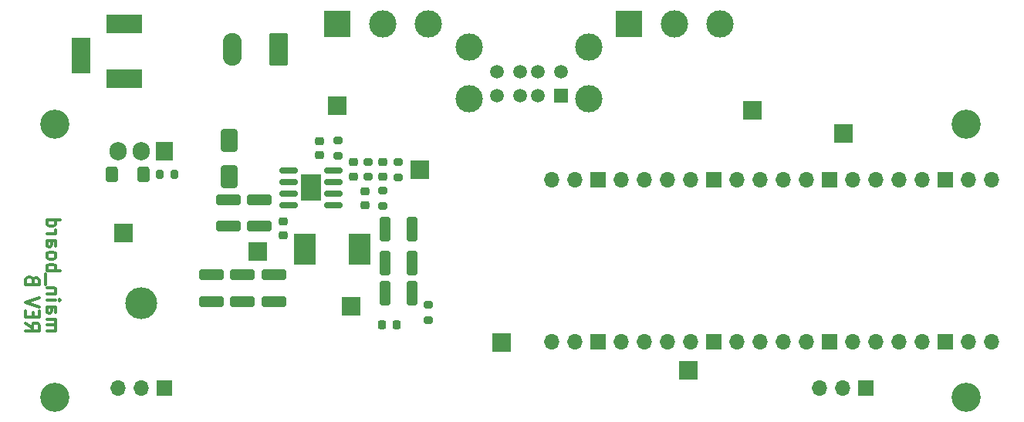
<source format=gbr>
%TF.GenerationSoftware,KiCad,Pcbnew,(7.0.0)*%
%TF.CreationDate,2023-06-19T20:16:09-07:00*%
%TF.ProjectId,main_board,6d61696e-5f62-46f6-9172-642e6b696361,B*%
%TF.SameCoordinates,Original*%
%TF.FileFunction,Soldermask,Bot*%
%TF.FilePolarity,Negative*%
%FSLAX46Y46*%
G04 Gerber Fmt 4.6, Leading zero omitted, Abs format (unit mm)*
G04 Created by KiCad (PCBNEW (7.0.0)) date 2023-06-19 20:16:09*
%MOMM*%
%LPD*%
G01*
G04 APERTURE LIST*
G04 Aperture macros list*
%AMRoundRect*
0 Rectangle with rounded corners*
0 $1 Rounding radius*
0 $2 $3 $4 $5 $6 $7 $8 $9 X,Y pos of 4 corners*
0 Add a 4 corners polygon primitive as box body*
4,1,4,$2,$3,$4,$5,$6,$7,$8,$9,$2,$3,0*
0 Add four circle primitives for the rounded corners*
1,1,$1+$1,$2,$3*
1,1,$1+$1,$4,$5*
1,1,$1+$1,$6,$7*
1,1,$1+$1,$8,$9*
0 Add four rect primitives between the rounded corners*
20,1,$1+$1,$2,$3,$4,$5,0*
20,1,$1+$1,$4,$5,$6,$7,0*
20,1,$1+$1,$6,$7,$8,$9,0*
20,1,$1+$1,$8,$9,$2,$3,0*%
G04 Aperture macros list end*
%ADD10C,0.300000*%
%ADD11R,1.700000X1.700000*%
%ADD12O,1.700000X1.700000*%
%ADD13R,4.000000X2.000000*%
%ADD14R,2.000000X4.000000*%
%ADD15O,3.500000X3.500000*%
%ADD16R,1.905000X2.000000*%
%ADD17O,1.905000X2.000000*%
%ADD18C,3.200000*%
%ADD19R,1.500000X1.500000*%
%ADD20C,1.500000*%
%ADD21C,3.000000*%
%ADD22RoundRect,0.249999X0.790001X1.550001X-0.790001X1.550001X-0.790001X-1.550001X0.790001X-1.550001X0*%
%ADD23O,2.080000X3.600000*%
%ADD24R,2.000000X2.000000*%
%ADD25RoundRect,0.250000X-0.325000X-1.100000X0.325000X-1.100000X0.325000X1.100000X-0.325000X1.100000X0*%
%ADD26RoundRect,0.200000X0.275000X-0.200000X0.275000X0.200000X-0.275000X0.200000X-0.275000X-0.200000X0*%
%ADD27RoundRect,0.250000X-1.100000X0.325000X-1.100000X-0.325000X1.100000X-0.325000X1.100000X0.325000X0*%
%ADD28RoundRect,0.250000X-0.400000X-0.600000X0.400000X-0.600000X0.400000X0.600000X-0.400000X0.600000X0*%
%ADD29R,2.350000X3.500000*%
%ADD30R,3.000000X3.000000*%
%ADD31RoundRect,0.250000X1.100000X-0.325000X1.100000X0.325000X-1.100000X0.325000X-1.100000X-0.325000X0*%
%ADD32RoundRect,0.225000X-0.250000X0.225000X-0.250000X-0.225000X0.250000X-0.225000X0.250000X0.225000X0*%
%ADD33RoundRect,0.200000X-0.200000X-0.275000X0.200000X-0.275000X0.200000X0.275000X-0.200000X0.275000X0*%
%ADD34RoundRect,0.218750X0.218750X0.256250X-0.218750X0.256250X-0.218750X-0.256250X0.218750X-0.256250X0*%
%ADD35RoundRect,0.250000X-0.650000X1.000000X-0.650000X-1.000000X0.650000X-1.000000X0.650000X1.000000X0*%
%ADD36RoundRect,0.225000X0.250000X-0.225000X0.250000X0.225000X-0.250000X0.225000X-0.250000X-0.225000X0*%
%ADD37RoundRect,0.150000X-0.825000X-0.150000X0.825000X-0.150000X0.825000X0.150000X-0.825000X0.150000X0*%
%ADD38R,2.290000X3.000000*%
G04 APERTURE END LIST*
D10*
%TO.C,PCB1*%
X88098928Y-74692857D02*
X89098928Y-74692857D01*
X88956071Y-74692857D02*
X89027500Y-74621428D01*
X89027500Y-74621428D02*
X89098928Y-74478571D01*
X89098928Y-74478571D02*
X89098928Y-74264285D01*
X89098928Y-74264285D02*
X89027500Y-74121428D01*
X89027500Y-74121428D02*
X88884642Y-74050000D01*
X88884642Y-74050000D02*
X88098928Y-74050000D01*
X88884642Y-74050000D02*
X89027500Y-73978571D01*
X89027500Y-73978571D02*
X89098928Y-73835714D01*
X89098928Y-73835714D02*
X89098928Y-73621428D01*
X89098928Y-73621428D02*
X89027500Y-73478571D01*
X89027500Y-73478571D02*
X88884642Y-73407142D01*
X88884642Y-73407142D02*
X88098928Y-73407142D01*
X88098928Y-72050000D02*
X88884642Y-72050000D01*
X88884642Y-72050000D02*
X89027500Y-72121428D01*
X89027500Y-72121428D02*
X89098928Y-72264285D01*
X89098928Y-72264285D02*
X89098928Y-72550000D01*
X89098928Y-72550000D02*
X89027500Y-72692857D01*
X88170357Y-72050000D02*
X88098928Y-72192857D01*
X88098928Y-72192857D02*
X88098928Y-72550000D01*
X88098928Y-72550000D02*
X88170357Y-72692857D01*
X88170357Y-72692857D02*
X88313214Y-72764285D01*
X88313214Y-72764285D02*
X88456071Y-72764285D01*
X88456071Y-72764285D02*
X88598928Y-72692857D01*
X88598928Y-72692857D02*
X88670357Y-72550000D01*
X88670357Y-72550000D02*
X88670357Y-72192857D01*
X88670357Y-72192857D02*
X88741785Y-72050000D01*
X88098928Y-71335714D02*
X89098928Y-71335714D01*
X89598928Y-71335714D02*
X89527500Y-71407142D01*
X89527500Y-71407142D02*
X89456071Y-71335714D01*
X89456071Y-71335714D02*
X89527500Y-71264285D01*
X89527500Y-71264285D02*
X89598928Y-71335714D01*
X89598928Y-71335714D02*
X89456071Y-71335714D01*
X89098928Y-70621428D02*
X88098928Y-70621428D01*
X88956071Y-70621428D02*
X89027500Y-70549999D01*
X89027500Y-70549999D02*
X89098928Y-70407142D01*
X89098928Y-70407142D02*
X89098928Y-70192856D01*
X89098928Y-70192856D02*
X89027500Y-70049999D01*
X89027500Y-70049999D02*
X88884642Y-69978571D01*
X88884642Y-69978571D02*
X88098928Y-69978571D01*
X87956071Y-69621428D02*
X87956071Y-68478570D01*
X88098928Y-68121428D02*
X89598928Y-68121428D01*
X89027500Y-68121428D02*
X89098928Y-67978571D01*
X89098928Y-67978571D02*
X89098928Y-67692856D01*
X89098928Y-67692856D02*
X89027500Y-67549999D01*
X89027500Y-67549999D02*
X88956071Y-67478571D01*
X88956071Y-67478571D02*
X88813214Y-67407142D01*
X88813214Y-67407142D02*
X88384642Y-67407142D01*
X88384642Y-67407142D02*
X88241785Y-67478571D01*
X88241785Y-67478571D02*
X88170357Y-67549999D01*
X88170357Y-67549999D02*
X88098928Y-67692856D01*
X88098928Y-67692856D02*
X88098928Y-67978571D01*
X88098928Y-67978571D02*
X88170357Y-68121428D01*
X88098928Y-66549999D02*
X88170357Y-66692856D01*
X88170357Y-66692856D02*
X88241785Y-66764285D01*
X88241785Y-66764285D02*
X88384642Y-66835713D01*
X88384642Y-66835713D02*
X88813214Y-66835713D01*
X88813214Y-66835713D02*
X88956071Y-66764285D01*
X88956071Y-66764285D02*
X89027500Y-66692856D01*
X89027500Y-66692856D02*
X89098928Y-66549999D01*
X89098928Y-66549999D02*
X89098928Y-66335713D01*
X89098928Y-66335713D02*
X89027500Y-66192856D01*
X89027500Y-66192856D02*
X88956071Y-66121428D01*
X88956071Y-66121428D02*
X88813214Y-66049999D01*
X88813214Y-66049999D02*
X88384642Y-66049999D01*
X88384642Y-66049999D02*
X88241785Y-66121428D01*
X88241785Y-66121428D02*
X88170357Y-66192856D01*
X88170357Y-66192856D02*
X88098928Y-66335713D01*
X88098928Y-66335713D02*
X88098928Y-66549999D01*
X88098928Y-64764285D02*
X88884642Y-64764285D01*
X88884642Y-64764285D02*
X89027500Y-64835713D01*
X89027500Y-64835713D02*
X89098928Y-64978570D01*
X89098928Y-64978570D02*
X89098928Y-65264285D01*
X89098928Y-65264285D02*
X89027500Y-65407142D01*
X88170357Y-64764285D02*
X88098928Y-64907142D01*
X88098928Y-64907142D02*
X88098928Y-65264285D01*
X88098928Y-65264285D02*
X88170357Y-65407142D01*
X88170357Y-65407142D02*
X88313214Y-65478570D01*
X88313214Y-65478570D02*
X88456071Y-65478570D01*
X88456071Y-65478570D02*
X88598928Y-65407142D01*
X88598928Y-65407142D02*
X88670357Y-65264285D01*
X88670357Y-65264285D02*
X88670357Y-64907142D01*
X88670357Y-64907142D02*
X88741785Y-64764285D01*
X88098928Y-64049999D02*
X89098928Y-64049999D01*
X88813214Y-64049999D02*
X88956071Y-63978570D01*
X88956071Y-63978570D02*
X89027500Y-63907142D01*
X89027500Y-63907142D02*
X89098928Y-63764284D01*
X89098928Y-63764284D02*
X89098928Y-63621427D01*
X88098928Y-62478571D02*
X89598928Y-62478571D01*
X88170357Y-62478571D02*
X88098928Y-62621428D01*
X88098928Y-62621428D02*
X88098928Y-62907142D01*
X88098928Y-62907142D02*
X88170357Y-63049999D01*
X88170357Y-63049999D02*
X88241785Y-63121428D01*
X88241785Y-63121428D02*
X88384642Y-63192856D01*
X88384642Y-63192856D02*
X88813214Y-63192856D01*
X88813214Y-63192856D02*
X88956071Y-63121428D01*
X88956071Y-63121428D02*
X89027500Y-63049999D01*
X89027500Y-63049999D02*
X89098928Y-62907142D01*
X89098928Y-62907142D02*
X89098928Y-62621428D01*
X89098928Y-62621428D02*
X89027500Y-62478571D01*
X85798928Y-73835714D02*
X86513214Y-74335714D01*
X85798928Y-74692857D02*
X87298928Y-74692857D01*
X87298928Y-74692857D02*
X87298928Y-74121428D01*
X87298928Y-74121428D02*
X87227500Y-73978571D01*
X87227500Y-73978571D02*
X87156071Y-73907142D01*
X87156071Y-73907142D02*
X87013214Y-73835714D01*
X87013214Y-73835714D02*
X86798928Y-73835714D01*
X86798928Y-73835714D02*
X86656071Y-73907142D01*
X86656071Y-73907142D02*
X86584642Y-73978571D01*
X86584642Y-73978571D02*
X86513214Y-74121428D01*
X86513214Y-74121428D02*
X86513214Y-74692857D01*
X86584642Y-73192857D02*
X86584642Y-72692857D01*
X85798928Y-72478571D02*
X85798928Y-73192857D01*
X85798928Y-73192857D02*
X87298928Y-73192857D01*
X87298928Y-73192857D02*
X87298928Y-72478571D01*
X87298928Y-72049999D02*
X85798928Y-71549999D01*
X85798928Y-71549999D02*
X87298928Y-71049999D01*
X86584642Y-69150000D02*
X86513214Y-68935714D01*
X86513214Y-68935714D02*
X86441785Y-68864285D01*
X86441785Y-68864285D02*
X86298928Y-68792857D01*
X86298928Y-68792857D02*
X86084642Y-68792857D01*
X86084642Y-68792857D02*
X85941785Y-68864285D01*
X85941785Y-68864285D02*
X85870357Y-68935714D01*
X85870357Y-68935714D02*
X85798928Y-69078571D01*
X85798928Y-69078571D02*
X85798928Y-69650000D01*
X85798928Y-69650000D02*
X87298928Y-69650000D01*
X87298928Y-69650000D02*
X87298928Y-69150000D01*
X87298928Y-69150000D02*
X87227500Y-69007143D01*
X87227500Y-69007143D02*
X87156071Y-68935714D01*
X87156071Y-68935714D02*
X87013214Y-68864285D01*
X87013214Y-68864285D02*
X86870357Y-68864285D01*
X86870357Y-68864285D02*
X86727500Y-68935714D01*
X86727500Y-68935714D02*
X86656071Y-69007143D01*
X86656071Y-69007143D02*
X86584642Y-69150000D01*
X86584642Y-69150000D02*
X86584642Y-69650000D01*
%TD*%
D11*
%TO.C,J5*%
X100999999Y-80999999D03*
D12*
X98459999Y-80999999D03*
X95919999Y-80999999D03*
%TD*%
D13*
%TO.C,J1*%
X96634999Y-46999999D03*
X96634999Y-40999999D03*
D14*
X91834999Y-44499999D03*
%TD*%
D15*
%TO.C,Q1*%
X98459999Y-71659999D03*
D16*
X100999999Y-54999999D03*
D17*
X98459999Y-54999999D03*
X95919999Y-54999999D03*
%TD*%
D18*
%TO.C,H3*%
X189000000Y-82000000D03*
%TD*%
D11*
%TO.C,J4*%
X177999999Y-80999999D03*
D12*
X175459999Y-80999999D03*
X172919999Y-80999999D03*
%TD*%
D18*
%TO.C,H4*%
X89000000Y-82000000D03*
%TD*%
%TO.C,H1*%
X89000000Y-52000000D03*
%TD*%
D12*
%TO.C,U2*%
X191779999Y-58109999D03*
X189239999Y-58109999D03*
D11*
X186699999Y-58109999D03*
D12*
X184159999Y-58109999D03*
X181619999Y-58109999D03*
X179079999Y-58109999D03*
X176539999Y-58109999D03*
D11*
X173999999Y-58109999D03*
D12*
X171459999Y-58109999D03*
X168919999Y-58109999D03*
X166379999Y-58109999D03*
X163839999Y-58109999D03*
D11*
X161299999Y-58109999D03*
D12*
X158759999Y-58109999D03*
X156219999Y-58109999D03*
X153679999Y-58109999D03*
X151139999Y-58109999D03*
D11*
X148599999Y-58109999D03*
D12*
X146059999Y-58109999D03*
X143519999Y-58109999D03*
X143519999Y-75889999D03*
X146059999Y-75889999D03*
D11*
X148599999Y-75889999D03*
D12*
X151139999Y-75889999D03*
X153679999Y-75889999D03*
X156219999Y-75889999D03*
X158759999Y-75889999D03*
D11*
X161299999Y-75889999D03*
D12*
X163839999Y-75889999D03*
X166379999Y-75889999D03*
X168919999Y-75889999D03*
X171459999Y-75889999D03*
D11*
X173999999Y-75889999D03*
D12*
X176539999Y-75889999D03*
X179079999Y-75889999D03*
X181619999Y-75889999D03*
X184159999Y-75889999D03*
D11*
X186699999Y-75889999D03*
D12*
X189239999Y-75889999D03*
X191779999Y-75889999D03*
%TD*%
D19*
%TO.C,J3*%
X144499999Y-48879999D03*
D20*
X142000000Y-48880000D03*
X140000000Y-48880000D03*
X137500000Y-48880000D03*
X144500000Y-46260000D03*
X142000000Y-46260000D03*
X140000000Y-46260000D03*
X137500000Y-46260000D03*
D21*
X147570000Y-49230000D03*
X147570000Y-43550000D03*
X134430000Y-49230000D03*
X134430000Y-43550000D03*
%TD*%
D18*
%TO.C,H2*%
X189000000Y-52000000D03*
%TD*%
D22*
%TO.C,J2*%
X113540000Y-43777500D03*
D23*
X108459999Y-43777499D03*
%TD*%
D24*
%TO.C,TP6*%
X175499999Y-52999999D03*
%TD*%
D25*
%TO.C,C6*%
X125235106Y-63560091D03*
X128185106Y-63560091D03*
%TD*%
D24*
%TO.C,TP1*%
X111210105Y-65999999D03*
%TD*%
D26*
%TO.C,R2*%
X125010106Y-60985091D03*
X125010106Y-59335091D03*
%TD*%
D24*
%TO.C,TP10*%
X128999999Y-56999999D03*
%TD*%
D27*
%TO.C,C7*%
X111410106Y-60285091D03*
X111410106Y-63235091D03*
%TD*%
D26*
%TO.C,R7*%
X130000000Y-73500000D03*
X130000000Y-71850000D03*
%TD*%
%TO.C,R1*%
X123340000Y-57810091D03*
X123340000Y-56160091D03*
%TD*%
%TO.C,R3*%
X126685106Y-57825000D03*
X126685106Y-56175000D03*
%TD*%
D28*
%TO.C,D1*%
X95250000Y-57500000D03*
X98750000Y-57500000D03*
%TD*%
D29*
%TO.C,L1*%
X116385105Y-65760090D03*
X122435105Y-65760090D03*
%TD*%
D30*
%TO.C,RV1*%
X119999999Y-40999999D03*
D21*
X125000000Y-41000000D03*
X130000000Y-41000000D03*
%TD*%
D31*
%TO.C,C12*%
X109600000Y-71475000D03*
X109600000Y-68525000D03*
%TD*%
D26*
%TO.C,R4*%
X120039999Y-55475000D03*
X120039999Y-53825000D03*
%TD*%
D24*
%TO.C,TP5*%
X137999999Y-75999999D03*
%TD*%
D25*
%TO.C,C9*%
X125235104Y-67260090D03*
X128185104Y-67260090D03*
%TD*%
D32*
%TO.C,C4*%
X118000000Y-53874999D03*
X118000000Y-55424999D03*
%TD*%
D27*
%TO.C,C1*%
X108010106Y-60285091D03*
X108010106Y-63235091D03*
%TD*%
D33*
%TO.C,R5*%
X100475000Y-57500000D03*
X102125000Y-57500000D03*
%TD*%
D27*
%TO.C,C11*%
X113000000Y-68525000D03*
X113000000Y-71475000D03*
%TD*%
D34*
%TO.C,D3*%
X126459999Y-74000000D03*
X124884999Y-74000000D03*
%TD*%
D35*
%TO.C,D2*%
X108110106Y-53760091D03*
X108110106Y-57760091D03*
%TD*%
D36*
%TO.C,C10*%
X123010104Y-60935089D03*
X123010104Y-59385089D03*
%TD*%
D31*
%TO.C,C13*%
X106200000Y-71475000D03*
X106200000Y-68525000D03*
%TD*%
D24*
%TO.C,TP4*%
X158499999Y-78999999D03*
%TD*%
D25*
%TO.C,C8*%
X125235106Y-70560091D03*
X128185106Y-70560091D03*
%TD*%
D37*
%TO.C,U1*%
X114635000Y-60905000D03*
X114635000Y-59635000D03*
X114635000Y-58365000D03*
X114635000Y-57095000D03*
X119585000Y-57095000D03*
X119585000Y-58365000D03*
X119585000Y-59635000D03*
X119585000Y-60905000D03*
D38*
X117109999Y-58999999D03*
%TD*%
D24*
%TO.C,TP3*%
X119999999Y-49999999D03*
%TD*%
%TO.C,TP7*%
X165499999Y-50499999D03*
%TD*%
%TO.C,TP11*%
X96499999Y-63999999D03*
%TD*%
%TO.C,TP9*%
X121459999Y-71999999D03*
%TD*%
D36*
%TO.C,C5*%
X121740000Y-57760091D03*
X121740000Y-56210091D03*
%TD*%
D30*
%TO.C,RV2*%
X151999999Y-40999999D03*
D21*
X157000000Y-41000000D03*
X162000000Y-41000000D03*
%TD*%
D32*
%TO.C,C3*%
X114010106Y-62685091D03*
X114010106Y-64235091D03*
%TD*%
D36*
%TO.C,C2*%
X124939999Y-57760091D03*
X124939999Y-56210091D03*
%TD*%
M02*

</source>
